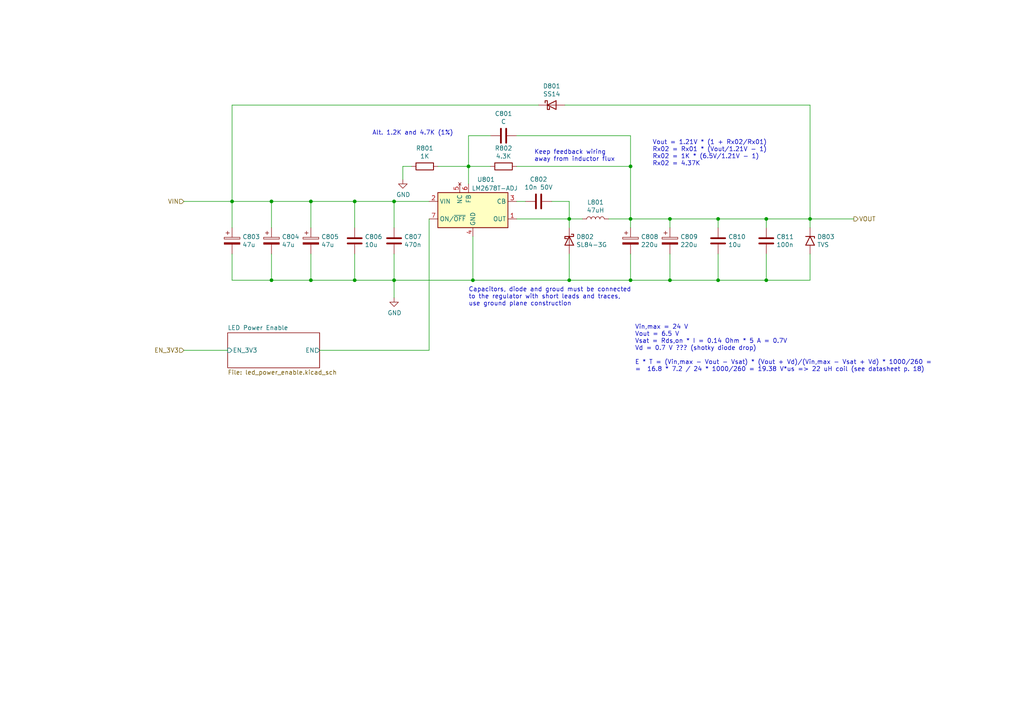
<source format=kicad_sch>
(kicad_sch (version 20230121) (generator eeschema)
  (paper "A4")
  (title_block (title "WS2812 Controller") (date "2021-10-10") (rev "1") (company "Stefan Misik") (comment 1 "LED Power Supply"))
  (lib_symbols
    (symbol "Device:C" (pin_numbers hide) (pin_names (offset 0.254))
      (property "Reference" "C" (at 0.635 2.54 0))
      (property "Value" "C" (at 0.635 -2.54 0))
      (symbol "C_0_1"
        (polyline (pts (xy -2.032 -0.762) (xy 2.032 -0.762)) (stroke (width 0.508)))
        (polyline (pts (xy -2.032 0.762) (xy 2.032 0.762)) (stroke (width 0.508)))
      )
      (symbol "C_1_1"
        (pin passive line (at 0 3.81 270) (length 2.794) (name "~") (number "1"))
        (pin passive line (at 0 -3.81 90) (length 2.794) (name "~") (number "2"))
      )
    )
    (symbol "Device:C_Polarized" (pin_numbers hide) (pin_names (offset 0.254))
      (property "Reference" "C" (at 0.635 2.54 0))
      (property "Value" "C_Polarized" (at 0.635 -2.54 0))
      (symbol "C_Polarized_0_1"
        (rectangle (start -2.286 0.508) (end 2.286 1.016))
        (polyline (pts (xy -1.778 2.286) (xy -0.762 2.286)))
        (polyline (pts (xy -1.27 2.794) (xy -1.27 1.778)))
        (rectangle (start 2.286 -0.508) (end -2.286 -1.016) (fill (type outline)))
      )
      (symbol "C_Polarized_1_1"
        (pin passive line (at 0 3.81 270) (length 2.794) (name "~") (number "1"))
        (pin passive line (at 0 -3.81 90) (length 2.794) (name "~") (number "2"))
      )
    )
    (symbol "Device:D_Schottky" (pin_numbers hide) (pin_names (offset 1.016) hide)
      (property "Reference" "D" (at 0 2.54 0))
      (property "Value" "D_Schottky" (at 0 -2.54 0))
      (symbol "D_Schottky_0_1"
        (polyline (pts (xy 1.27 0) (xy -1.27 0)))
        (polyline (pts (xy 1.27 1.27) (xy 1.27 -1.27) (xy -1.27 0) (xy 1.27 1.27)) (stroke (width 0.254)))
        (polyline (pts (xy -1.905 0.635) (xy -1.905 1.27) (xy -1.27 1.27) (xy -1.27 -1.27) (xy -0.635 -1.27) (xy -0.635 -0.635)) (stroke (width 0.254)))
      )
      (symbol "D_Schottky_1_1"
        (pin passive line (at -3.81 0 0) (length 2.54) (name "K") (number "1"))
        (pin passive line (at 3.81 0 180) (length 2.54) (name "A") (number "2"))
      )
    )
    (symbol "Device:L" (pin_numbers hide) (pin_names (offset 1.016) hide)
      (property "Reference" "L" (at -1.27 0 90))
      (property "Value" "L" (at 1.905 0 90))
      (symbol "L_0_1"
        (arc (start 0 -2.54) (mid 0.6323 -1.905) (end 0 -1.27))
        (arc (start 0 -1.27) (mid 0.6323 -0.635) (end 0 0))
        (arc (start 0 0) (mid 0.6323 0.635) (end 0 1.27))
        (arc (start 0 1.27) (mid 0.6323 1.905) (end 0 2.54))
      )
      (symbol "L_1_1"
        (pin passive line (at 0 3.81 270) (length 1.27) (name "1") (number "1"))
        (pin passive line (at 0 -3.81 90) (length 1.27) (name "2") (number "2"))
      )
    )
    (symbol "Device:R" (pin_numbers hide) (pin_names (offset 0))
      (property "Reference" "R" (at 2.032 0 90))
      (property "Value" "R" (at 0 0 90))
      (symbol "R_0_1"
        (rectangle (start -1.016 -2.54) (end 1.016 2.54) (stroke (width 0.254)))
      )
      (symbol "R_1_1"
        (pin passive line (at 0 3.81 270) (length 1.27) (name "~") (number "1"))
        (pin passive line (at 0 -3.81 90) (length 1.27) (name "~") (number "2"))
      )
    )
    (symbol "Diode:1.5KExxA" (pin_numbers hide) (pin_names (offset 1.016) hide)
      (property "Reference" "D" (at 0 2.54 0))
      (property "Value" "1.5KExxA" (at 0 -2.54 0))
      (symbol "1.5KExxA_0_1"
        (polyline (pts (xy -0.762 1.27) (xy -1.27 1.27) (xy -1.27 -1.27)) (stroke (width 0.254)))
        (polyline (pts (xy 1.27 1.27) (xy 1.27 -1.27) (xy -1.27 0) (xy 1.27 1.27)) (stroke (width 0.254)))
      )
      (symbol "1.5KExxA_1_1"
        (pin passive line (at -3.81 0 0) (length 2.54) (name "A1") (number "1"))
        (pin passive line (at 3.81 0 180) (length 2.54) (name "A2") (number "2"))
      )
    )
    (symbol "my:LM2678T-ADJ"
      (property "Reference" "U" (at -10.16 6.35 0))
      (property "Value" "LM2678T-ADJ" (at 0 6.35 0))
      (symbol "LM2678T-ADJ_0_1"
        (rectangle (start -10.16 5.08) (end 10.16 -5.08) (stroke (width 0.254)) (fill (type background)))
      )
      (symbol "LM2678T-ADJ_1_1"
        (pin output line (at 12.7 -2.54 180) (length 2.54) (name "OUT") (number "1"))
        (pin power_in line (at -12.7 2.54 0) (length 2.54) (name "VIN") (number "2"))
        (pin passive line (at 12.7 2.54 180) (length 2.54) (name "CB") (number "3"))
        (pin power_in line (at 0 -7.62 90) (length 2.54) (name "GND") (number "4"))
        (pin no_connect line (at -3.81 7.62 270) (length 2.54) (name "NC") (number "5"))
        (pin input line (at -1.27 7.62 270) (length 2.54) (name "FB") (number "6"))
        (pin input line (at -12.7 -2.54 0) (length 2.54) (name "ON/~{OFF}") (number "7"))
      )
    )
    (symbol "power:GND" (power) (pin_names (offset 0))
      (property "Value" "GND" (at 0 -3.81 0))
      (symbol "GND_0_1"
        (polyline (pts (xy 0 0) (xy 0 -1.27) (xy 1.27 -1.27) (xy 0 -2.54) (xy -1.27 -1.27) (xy 0 -1.27)))
      )
      (symbol "GND_1_1"
        (pin power_in line (at 0 0 270) (length 0) hide (name "GND") (number "1"))
      )
    )
  )
  (junction (at 182.88 63.5))
  (junction (at 194.31 81.28))
  (junction (at 208.28 81.28))
  (junction (at 222.25 81.28))
  (junction (at 78.74 81.28))
  (junction (at 208.28 63.5))
  (junction (at 90.17 58.42))
  (junction (at 114.3 58.42))
  (junction (at 102.87 81.28))
  (junction (at 90.17 81.28))
  (junction (at 182.88 81.28))
  (junction (at 182.88 48.26))
  (junction (at 67.31 58.42))
  (junction (at 102.87 58.42))
  (junction (at 194.31 63.5))
  (junction (at 137.16 81.28))
  (junction (at 222.25 63.5))
  (junction (at 234.95 63.5))
  (junction (at 78.74 58.42))
  (junction (at 165.1 81.28))
  (junction (at 135.89 48.26))
  (junction (at 114.3 81.28))
  (junction (at 165.1 63.5))
  (wire (pts (xy 165.1 81.28) (xy 182.88 81.28)))
  (wire (pts (xy 142.24 39.37) (xy 135.89 39.37)))
  (wire (pts (xy 165.1 81.28) (xy 137.16 81.28)))
  (wire (pts (xy 116.84 48.26) (xy 119.38 48.26)))
  (wire (pts (xy 222.25 63.5) (xy 234.95 63.5)))
  (wire (pts (xy 222.25 66.04) (xy 222.25 63.5)))
  (wire (pts (xy 165.1 63.5) (xy 168.91 63.5)))
  (wire (pts (xy 176.53 63.5) (xy 182.88 63.5)))
  (wire (pts (xy 92.71 101.6) (xy 124.46 101.6)))
  (wire (pts (xy 165.1 73.66) (xy 165.1 81.28)))
  (wire (pts (xy 78.74 66.04) (xy 78.74 58.42)))
  (wire (pts (xy 222.25 81.28) (xy 234.95 81.28)))
  (wire (pts (xy 114.3 86.36) (xy 114.3 81.28)))
  (wire (pts (xy 149.86 48.26) (xy 182.88 48.26)))
  (wire (pts (xy 194.31 63.5) (xy 208.28 63.5)))
  (wire (pts (xy 67.31 30.48) (xy 67.31 58.42)))
  (wire (pts (xy 234.95 30.48) (xy 234.95 63.5)))
  (wire (pts (xy 194.31 81.28) (xy 194.31 73.66)))
  (wire (pts (xy 165.1 63.5) (xy 165.1 58.42)))
  (wire (pts (xy 163.83 30.48) (xy 234.95 30.48)))
  (wire (pts (xy 208.28 63.5) (xy 222.25 63.5)))
  (wire (pts (xy 114.3 66.04) (xy 114.3 58.42)))
  (wire (pts (xy 124.46 63.5) (xy 124.46 101.6)))
  (wire (pts (xy 90.17 66.04) (xy 90.17 58.42)))
  (wire (pts (xy 182.88 39.37) (xy 182.88 48.26)))
  (wire (pts (xy 90.17 58.42) (xy 102.87 58.42)))
  (wire (pts (xy 135.89 39.37) (xy 135.89 48.26)))
  (wire (pts (xy 135.89 48.26) (xy 142.24 48.26)))
  (wire (pts (xy 149.86 63.5) (xy 165.1 63.5)))
  (wire (pts (xy 78.74 58.42) (xy 90.17 58.42)))
  (wire (pts (xy 114.3 58.42) (xy 124.46 58.42)))
  (wire (pts (xy 165.1 58.42) (xy 160.02 58.42)))
  (wire (pts (xy 114.3 73.66) (xy 114.3 81.28)))
  (wire (pts (xy 149.86 58.42) (xy 152.4 58.42)))
  (wire (pts (xy 194.31 63.5) (xy 194.31 66.04)))
  (wire (pts (xy 90.17 81.28) (xy 102.87 81.28)))
  (wire (pts (xy 67.31 81.28) (xy 78.74 81.28)))
  (wire (pts (xy 102.87 66.04) (xy 102.87 58.42)))
  (wire (pts (xy 182.88 73.66) (xy 182.88 81.28)))
  (wire (pts (xy 182.88 81.28) (xy 194.31 81.28)))
  (wire (pts (xy 208.28 73.66) (xy 208.28 81.28)))
  (wire (pts (xy 127 48.26) (xy 135.89 48.26)))
  (wire (pts (xy 67.31 73.66) (xy 67.31 81.28)))
  (wire (pts (xy 102.87 58.42) (xy 114.3 58.42)))
  (wire (pts (xy 53.34 58.42) (xy 67.31 58.42)))
  (wire (pts (xy 182.88 63.5) (xy 194.31 63.5)))
  (wire (pts (xy 90.17 73.66) (xy 90.17 81.28)))
  (wire (pts (xy 165.1 66.04) (xy 165.1 63.5)))
  (wire (pts (xy 78.74 73.66) (xy 78.74 81.28)))
  (wire (pts (xy 102.87 73.66) (xy 102.87 81.28)))
  (wire (pts (xy 234.95 66.04) (xy 234.95 63.5)))
  (wire (pts (xy 53.34 101.6) (xy 66.04 101.6)))
  (wire (pts (xy 234.95 81.28) (xy 234.95 73.66)))
  (wire (pts (xy 182.88 48.26) (xy 182.88 63.5)))
  (wire (pts (xy 234.95 63.5) (xy 247.65 63.5)))
  (wire (pts (xy 67.31 30.48) (xy 156.21 30.48)))
  (wire (pts (xy 116.84 52.07) (xy 116.84 48.26)))
  (wire (pts (xy 208.28 66.04) (xy 208.28 63.5)))
  (wire (pts (xy 182.88 63.5) (xy 182.88 66.04)))
  (wire (pts (xy 67.31 58.42) (xy 78.74 58.42)))
  (wire (pts (xy 67.31 66.04) (xy 67.31 58.42)))
  (wire (pts (xy 208.28 81.28) (xy 222.25 81.28)))
  (wire (pts (xy 149.86 39.37) (xy 182.88 39.37)))
  (wire (pts (xy 78.74 81.28) (xy 90.17 81.28)))
  (wire (pts (xy 194.31 81.28) (xy 208.28 81.28)))
  (wire (pts (xy 135.89 53.34) (xy 135.89 48.26)))
  (wire (pts (xy 222.25 81.28) (xy 222.25 73.66)))
  (wire (pts (xy 137.16 68.58) (xy 137.16 81.28)))
  (wire (pts (xy 114.3 81.28) (xy 137.16 81.28)))
  (wire (pts (xy 102.87 81.28) (xy 114.3 81.28)))
  (text "Alt. 1.2K and 4.7K (1%)" (at 107.95 39.37 0) (effects (font (size 1.27 1.27)) (justify left bottom)))
  (text "Capacitors, diode and groud must be connected\nto the regulator with short leads and traces,\nuse ground plane construction " (at 135.89 88.9 0) (effects (font (size 1.27 1.27)) (justify left bottom)))
  (text "Keep feedback wiring\naway from inductor flux" (at 154.94 46.99 0) (effects (font (size 1.27 1.27)) (justify left bottom)))
  (text "Vout = 1.21V * (1 + Rx02/Rx01)\nRx02 = Rx01 * (Vout/1.21V - 1)\nRx02 = 1K * (6.5V/1.21V - 1)\nRx02 = 4.37K" (at 189.23 48.26 0) (effects (font (size 1.27 1.27)) (justify left bottom)))
  (text "Vin,max = 24 V\nVout = 6.5 V\nVsat = Rds,on * I = 0.14 Ohm * 5 A = 0.7V\nVd = 0.7 V ??? (shotky diode drop)\n\nE * T = (Vin,max - Vout - Vsat) * (Vout + Vd)/(Vin,max - Vsat + Vd) * 1000/260 = \n=  16.8 * 7.2 / 24 * 1000/260 = 19.38 V*us => 22 uH coil (see datasheet p. 18)" (at 184.15 107.95 0) (effects (font (size 1.27 1.27)) (justify left bottom)))
  (hierarchical_label "EN_3V3" (shape input) (at 53.34 101.6 180))
  (hierarchical_label "VIN" (shape input) (at 53.34 58.42 180))
  (hierarchical_label "VOUT" (shape output) (at 247.65 63.5 0))
  (symbol (lib_id "my:LM2678T-ADJ") (at 137.16 60.96 0) (unit 1)
    (property "Reference" "U801" (at 140.97 52.07 0))
    (property "Value" "LM2678T-ADJ" (at 143.51 54.61 0))
    (property "Footprint" "Package_TO_SOT_THT:TO-220-7_P2.54x3.7mm_StaggerOdd_Lead3.8mm_Vertical" (effects hide))
    (property "Datasheet" "https://www.ti.com/lit/ds/symlink/lm2678.pdf" (effects hide))
    (instances (project "control" (path "" (reference "U801") (unit 1)) (path "" (reference "U1101") (unit 1))))
  )
  (symbol (lib_id "Device:C") (at 156.21 58.42 270) (unit 1)
    (property "Reference" "C802" (at 156.21 52.0192 90))
    (property "Value" "10n 50V" (at 156.21 54.3306 90))
    (property "Footprint" "Capacitor_SMD:C_0805_2012Metric_Pad1.18x1.45mm_HandSolder" (effects hide))
    (instances (project "control" (path "" (reference "C802") (unit 1)) (path "" (reference "C1102") (unit 1))))
  )
  (symbol (lib_id "power:GND") (at 114.3 86.36 0) (unit 1)
    (property "Reference" "#PWR0802" (effects hide))
    (property "Value" "GND" (at 114.427 90.7542 0))
    (instances (project "control" (path "" (reference "#PWR0802") (unit 1)) (path "" (reference "#PWR01102") (unit 1))))
  )
  (symbol (lib_id "Device:D_Schottky") (at 165.1 69.85 270) (unit 1)
    (property "Reference" "D802" (at 167.132 68.6816 90) (effects (justify left)))
    (property "Value" "SL84-3G" (at 167.132 70.993 90) (effects (justify left)))
    (property "Footprint" "Diode_SMD:D_SMC_Handsoldering" (effects hide))
    (instances (project "control" (path "" (reference "D802") (unit 1)) (path "" (reference "D1102") (unit 1))))
  )
  (symbol (lib_id "Device:L") (at 172.72 63.5 90) (unit 1)
    (property "Reference" "L801" (at 172.72 58.674 90))
    (property "Value" "47uH" (at 172.72 60.9854 90))
    (property "Footprint" "Inductor_THT:L_Toroid_Vertical_L22.4mm_W10.2mm_P7.90mm_Vishay_TJ4" (effects hide))
    (instances (project "control" (path "" (reference "L801") (unit 1)) (path "" (reference "L1101") (unit 1))))
  )
  (symbol (lib_id "Device:C_Polarized") (at 182.88 69.85 0) (unit 1)
    (property "Reference" "C808" (at 185.8772 68.6816 0) (effects (justify left)))
    (property "Value" "220u" (at 185.8772 70.993 0) (effects (justify left)))
    (property "Footprint" "Capacitor_THT:CP_Radial_D8.0mm_P3.50mm" (effects hide))
    (instances (project "control" (path "" (reference "C808") (unit 1)) (path "" (reference "C1108") (unit 1))))
  )
  (symbol (lib_id "Device:C_Polarized") (at 194.31 69.85 0) (unit 1)
    (property "Reference" "C809" (at 197.3072 68.6816 0) (effects (justify left)))
    (property "Value" "220u" (at 197.3072 70.993 0) (effects (justify left)))
    (property "Footprint" "Capacitor_THT:CP_Radial_D8.0mm_P3.50mm" (effects hide))
    (instances (project "control" (path "" (reference "C809") (unit 1)) (path "" (reference "C1109") (unit 1))))
  )
  (symbol (lib_id "Device:C_Polarized") (at 90.17 69.85 0) (unit 1)
    (property "Reference" "C805" (at 93.1672 68.6816 0) (effects (justify left)))
    (property "Value" "47u" (at 93.1672 70.993 0) (effects (justify left)))
    (property "Footprint" "Capacitor_THT:CP_Radial_D8.0mm_P3.50mm" (effects hide))
    (instances (project "control" (path "" (reference "C805") (unit 1)) (path "" (reference "C1105") (unit 1))))
  )
  (symbol (lib_id "Device:C_Polarized") (at 78.74 69.85 0) (unit 1)
    (property "Reference" "C804" (at 81.7372 68.6816 0) (effects (justify left)))
    (property "Value" "47u" (at 81.7372 70.993 0) (effects (justify left)))
    (property "Footprint" "Capacitor_THT:CP_Radial_D8.0mm_P3.50mm" (effects hide))
    (instances (project "control" (path "" (reference "C804") (unit 1)) (path "" (reference "C1104") (unit 1))))
  )
  (symbol (lib_id "Device:C_Polarized") (at 67.31 69.85 0) (unit 1)
    (property "Reference" "C803" (at 70.3072 68.6816 0) (effects (justify left)))
    (property "Value" "47u" (at 70.3072 70.993 0) (effects (justify left)))
    (property "Footprint" "Capacitor_THT:CP_Radial_D8.0mm_P3.50mm" (effects hide))
    (instances (project "control" (path "" (reference "C803") (unit 1)) (path "" (reference "C1103") (unit 1))))
  )
  (symbol (lib_id "Device:C") (at 114.3 69.85 0) (unit 1)
    (property "Reference" "C807" (at 117.221 68.6816 0) (effects (justify left)))
    (property "Value" "470n" (at 117.221 70.993 0) (effects (justify left)))
    (property "Footprint" "Capacitor_SMD:C_0805_2012Metric_Pad1.18x1.45mm_HandSolder" (effects hide))
    (instances (project "control" (path "" (reference "C807") (unit 1)) (path "" (reference "C1107") (unit 1))))
  )
  (symbol (lib_id "Device:R") (at 146.05 48.26 270) (unit 1)
    (property "Reference" "R802" (at 146.05 43.0022 90))
    (property "Value" "4.3K" (at 146.05 45.3136 90))
    (property "Footprint" "Resistor_SMD:R_0805_2012Metric_Pad1.20x1.40mm_HandSolder" (effects hide))
    (instances (project "control" (path "" (reference "R802") (unit 1)) (path "" (reference "R1102") (unit 1))))
  )
  (symbol (lib_id "Device:R") (at 123.19 48.26 270) (unit 1)
    (property "Reference" "R801" (at 123.19 43.0022 90))
    (property "Value" "1K" (at 123.19 45.3136 90))
    (property "Footprint" "Resistor_SMD:R_0805_2012Metric_Pad1.20x1.40mm_HandSolder" (effects hide))
    (instances (project "control" (path "" (reference "R801") (unit 1)) (path "" (reference "R1101") (unit 1))))
  )
  (symbol (lib_id "power:GND") (at 116.84 52.07 0) (unit 1)
    (property "Reference" "#PWR0801" (effects hide))
    (property "Value" "GND" (at 116.967 56.4642 0))
    (instances (project "control" (path "" (reference "#PWR0801") (unit 1)) (path "" (reference "#PWR01101") (unit 1))))
  )
  (symbol (lib_id "Device:C") (at 222.25 69.85 0) (unit 1)
    (property "Reference" "C811" (at 225.171 68.6816 0) (effects (justify left)))
    (property "Value" "100n" (at 225.171 70.993 0) (effects (justify left)))
    (property "Footprint" "Capacitor_SMD:C_0805_2012Metric_Pad1.18x1.45mm_HandSolder" (effects hide))
    (instances (project "control" (path "" (reference "C811") (unit 1)) (path "" (reference "C1111") (unit 1))))
  )
  (symbol (lib_id "Device:C") (at 146.05 39.37 270) (unit 1)
    (property "Reference" "C801" (at 146.05 32.9692 90))
    (property "Value" "C" (at 146.05 35.2806 90))
    (property "Footprint" "Capacitor_SMD:C_0805_2012Metric_Pad1.18x1.45mm_HandSolder" (effects hide))
    (instances (project "control" (path "" (reference "C801") (unit 1)) (path "" (reference "C1101") (unit 1))))
  )
  (symbol (lib_id "Diode:1.5KExxA") (at 234.95 69.85 270) (unit 1)
    (property "Reference" "D803" (at 236.982 68.6816 90) (effects (justify left)))
    (property "Value" "TVS" (at 236.982 70.993 90) (effects (justify left)))
    (property "Footprint" "Diode_SMD:D_SMB_Handsoldering" (effects hide))
    (property "Datasheet" "https://www.vishay.com/docs/88301/15ke.pdf" (effects hide))
    (instances (project "control" (path "" (reference "D803") (unit 1)) (path "" (reference "D1103") (unit 1))))
  )
  (symbol (lib_id "Device:D_Schottky") (at 160.02 30.48 0) (unit 1)
    (property "Reference" "D801" (at 160.02 24.9682 0))
    (property "Value" "SS14" (at 160.02 27.2796 0))
    (property "Footprint" "Diode_SMD:D_SMA-SMB_Universal_Handsoldering" (effects hide))
    (instances (project "control" (path "" (reference "D801") (unit 1)) (path "" (reference "D1101") (unit 1))))
  )
  (symbol (lib_id "Device:C") (at 208.28 69.85 0) (unit 1)
    (property "Reference" "C810" (at 211.201 68.6816 0) (effects (justify left)))
    (property "Value" "10u" (at 211.201 70.993 0) (effects (justify left)))
    (property "Footprint" "Capacitor_SMD:C_1210_3225Metric_Pad1.33x2.70mm_HandSolder" (effects hide))
    (instances (project "control" (path "" (reference "C810") (unit 1)) (path "" (reference "C1110") (unit 1))))
  )
  (symbol (lib_id "Device:C") (at 102.87 69.85 0) (unit 1)
    (property "Reference" "C806" (at 105.791 68.6816 0) (effects (justify left)))
    (property "Value" "10u" (at 105.791 70.993 0) (effects (justify left)))
    (property "Footprint" "Capacitor_SMD:C_1210_3225Metric_Pad1.33x2.70mm_HandSolder" (effects hide))
    (instances (project "control" (path "" (reference "C806") (unit 1)) (path "" (reference "C1106") (unit 1))))
  )
  (sheet (at 66.04 96.52) (size 26.67 10.16)
    (property "Sheetname" "LED Power Enable" (at 66.04 95.8084 0) (effects (justify left bottom)))
    (property "Sheetfile" "led_power_enable.kicad_sch" (at 66.04 107.2646 0) (effects (justify left top)))
    (pin "EN_3V3" input (at 66.04 101.6 180))
    (pin "EN" output (at 92.71 101.6 0))
  )
)
</source>
